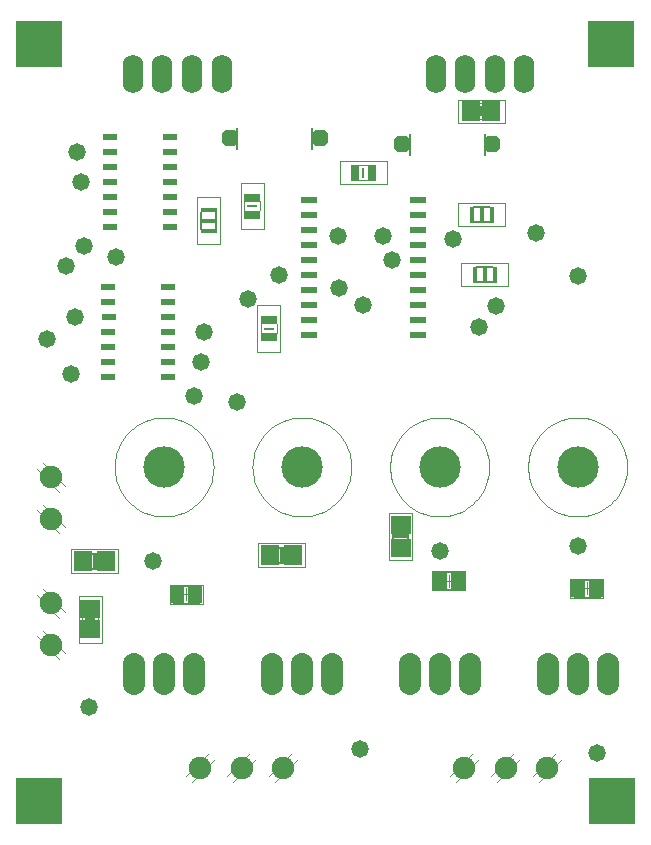
<source format=gbs>
%FSTAX24Y24*%
%MOIN*%
%SFA1B1*%

%IPPOS*%
%AMD63*
4,1,8,-0.014000,-0.028000,0.014000,-0.028000,0.028000,-0.014000,0.028000,0.014000,0.014000,0.028000,-0.014000,0.028000,-0.028000,0.014000,-0.028000,-0.014000,-0.014000,-0.028000,0.0*
%
%ADD18R,0.007900X0.031800*%
%ADD19R,0.047600X0.015900*%
%ADD20R,0.031800X0.007900*%
%ADD21R,0.015900X0.047600*%
%ADD22R,0.007900X0.031800*%
%ADD23C,0.000000*%
%ADD24C,0.003900*%
%ADD25C,0.004000*%
%ADD26C,0.006000*%
%ADD27C,0.024000*%
%ADD28R,0.029500X0.057500*%
%ADD29R,0.030000X0.057500*%
%ADD30R,0.056000X0.014000*%
%ADD31R,0.057500X0.029500*%
%ADD32R,0.057500X0.030000*%
%ADD33R,0.030000X0.075000*%
%ADD34R,0.014000X0.056000*%
%ADD35R,0.058000X0.020000*%
%ADD36R,0.010000X0.024000*%
%ADD37R,0.045000X0.020000*%
%ADD38C,0.002000*%
%ADD53R,0.071000X0.060000*%
%ADD54R,0.068000X0.060000*%
%ADD56R,0.060000X0.071000*%
%ADD57R,0.060000X0.068000*%
%ADD58R,0.158000X0.158000*%
%ADD59O,0.068000X0.128000*%
%ADD60C,0.075000*%
%ADD61O,0.074000X0.140000*%
%ADD62C,0.138000*%
G04~CAMADD=63~4~0.0~0.0~560.0~560.0~0.0~140.0~0~0.0~0.0~0.0~0.0~0~0.0~0.0~0.0~0.0~0~0.0~0.0~0.0~180.0~560.0~560.0*
%ADD63D63*%
%ADD64C,0.058000*%
%ADD65R,0.051300X0.063100*%
%LNmotor_driver-1*%
%LPD*%
G54D18*
X016235Y024099D03*
G54D19*
X007152Y020449D03*
X013548Y009929D03*
G54D20*
X008601Y02094D03*
X003201Y00716D03*
X009149Y01685D03*
G54D21*
X009579Y009302D03*
X003349Y009102D03*
X016351Y018652D03*
X016251Y020652D03*
G54D22*
X0123Y022049D03*
G54D23*
X0211Y012239D02*
D01*
X021095Y012354*
X021083Y012468*
X021063Y012582*
X021036Y012693*
X021Y012803*
X020957Y01291*
X020906Y013013*
X020849Y013113*
X020784Y013208*
X020713Y013299*
X020636Y013385*
X020554Y013465*
X020465Y013539*
X020372Y013606*
X020275Y013667*
X020173Y013722*
X020068Y013768*
X019959Y013808*
X019849Y013839*
X019736Y013863*
X019622Y013879*
X019507Y013887*
X019392*
X019277Y013879*
X019163Y013863*
X01905Y013839*
X01894Y013808*
X018831Y013768*
X018726Y013722*
X018625Y013667*
X018527Y013606*
X018434Y013539*
X018345Y013465*
X018263Y013385*
X018186Y013299*
X018115Y013208*
X01805Y013113*
X017993Y013013*
X017942Y01291*
X017899Y012803*
X017863Y012693*
X017836Y012582*
X017816Y012468*
X017804Y012354*
X0178Y012239*
X017804Y012123*
X017816Y012009*
X017836Y011895*
X017863Y011784*
X017899Y011674*
X017942Y011567*
X017993Y011464*
X01805Y011364*
X018115Y011269*
X018186Y011178*
X018263Y011092*
X018345Y011012*
X018434Y010938*
X018527Y010871*
X018625Y01081*
X018726Y010755*
X018831Y010709*
X01894Y010669*
X01905Y010638*
X019163Y010614*
X019277Y010598*
X019392Y01059*
X019507*
X019622Y010598*
X019736Y010614*
X019849Y010638*
X019959Y010669*
X020068Y010709*
X020173Y010755*
X020275Y01081*
X020372Y010871*
X020465Y010938*
X020554Y011012*
X020636Y011092*
X020713Y011178*
X020784Y011269*
X020849Y011364*
X020906Y011464*
X020957Y011567*
X021Y011674*
X021036Y011784*
X021063Y011895*
X021083Y012009*
X021095Y012123*
X0211Y012239*
X016504D02*
D01*
X016499Y012354*
X016487Y012468*
X016467Y012582*
X01644Y012693*
X016404Y012803*
X016361Y01291*
X01631Y013013*
X016253Y013113*
X016188Y013208*
X016117Y013299*
X01604Y013385*
X015958Y013465*
X015869Y013539*
X015776Y013606*
X015679Y013667*
X015577Y013722*
X015472Y013768*
X015363Y013808*
X015253Y013839*
X01514Y013863*
X015026Y013879*
X014911Y013887*
X014796*
X014681Y013879*
X014567Y013863*
X014454Y013839*
X014344Y013808*
X014235Y013768*
X01413Y013722*
X014028Y013667*
X013931Y013606*
X013838Y013539*
X013749Y013465*
X013667Y013385*
X01359Y013299*
X013519Y013208*
X013454Y013113*
X013397Y013013*
X013346Y01291*
X013303Y012803*
X013267Y012693*
X01324Y012582*
X01322Y012468*
X013208Y012354*
X013204Y012239*
X013208Y012123*
X01322Y012009*
X01324Y011895*
X013267Y011784*
X013303Y011674*
X013346Y011567*
X013397Y011464*
X013454Y011364*
X013519Y011269*
X01359Y011178*
X013667Y011092*
X013749Y011012*
X013838Y010938*
X013931Y010871*
X014029Y01081*
X01413Y010755*
X014235Y010709*
X014344Y010669*
X014454Y010638*
X014567Y010614*
X014681Y010598*
X014796Y01059*
X014911*
X015026Y010598*
X01514Y010614*
X015253Y010638*
X015363Y010669*
X015472Y010709*
X015577Y010755*
X015679Y01081*
X015776Y010871*
X015869Y010938*
X015958Y011012*
X01604Y011092*
X016117Y011178*
X016188Y011269*
X016253Y011364*
X01631Y011464*
X016361Y011567*
X016404Y011674*
X01644Y011784*
X016467Y011895*
X016487Y012009*
X016499Y012123*
X016504Y012239*
X011907D02*
D01*
X011902Y012354*
X01189Y012468*
X01187Y012582*
X011843Y012693*
X011807Y012803*
X011764Y01291*
X011713Y013013*
X011656Y013113*
X011591Y013208*
X01152Y013299*
X011443Y013385*
X011361Y013465*
X011272Y013539*
X011179Y013606*
X011082Y013667*
X01098Y013722*
X010875Y013768*
X010766Y013808*
X010656Y013839*
X010543Y013863*
X010429Y013879*
X010314Y013887*
X010199*
X010084Y013879*
X00997Y013863*
X009857Y013839*
X009747Y013808*
X009638Y013768*
X009533Y013722*
X009431Y013667*
X009334Y013606*
X009241Y013539*
X009152Y013465*
X00907Y013385*
X008993Y013299*
X008922Y013208*
X008857Y013113*
X0088Y013013*
X008749Y01291*
X008706Y012803*
X00867Y012693*
X008643Y012582*
X008623Y012468*
X008611Y012354*
X008607Y012239*
X008611Y012123*
X008623Y012009*
X008643Y011895*
X00867Y011784*
X008706Y011674*
X008749Y011567*
X0088Y011464*
X008857Y011364*
X008922Y011269*
X008993Y011178*
X00907Y011092*
X009152Y011012*
X009241Y010938*
X009334Y010871*
X009432Y01081*
X009533Y010755*
X009638Y010709*
X009747Y010669*
X009857Y010638*
X00997Y010614*
X010084Y010598*
X010199Y01059*
X010314*
X010429Y010598*
X010543Y010614*
X010656Y010638*
X010766Y010669*
X010875Y010709*
X01098Y010755*
X011082Y01081*
X011179Y010871*
X011272Y010938*
X011361Y011012*
X011443Y011092*
X01152Y011178*
X011591Y011269*
X011656Y011364*
X011713Y011464*
X011764Y011567*
X011807Y011674*
X011843Y011784*
X01187Y011895*
X01189Y012009*
X011902Y012123*
X011907Y012239*
X007311D02*
D01*
X007306Y012354*
X007294Y012468*
X007274Y012582*
X007247Y012693*
X007211Y012803*
X007168Y01291*
X007117Y013013*
X00706Y013113*
X006995Y013208*
X006924Y013299*
X006847Y013385*
X006765Y013465*
X006676Y013539*
X006583Y013606*
X006486Y013667*
X006384Y013722*
X006279Y013768*
X00617Y013808*
X00606Y013839*
X005947Y013863*
X005833Y013879*
X005718Y013887*
X005603*
X005488Y013879*
X005374Y013863*
X005261Y013839*
X005151Y013808*
X005042Y013768*
X004937Y013722*
X004835Y013667*
X004738Y013606*
X004645Y013539*
X004556Y013465*
X004474Y013385*
X004397Y013299*
X004326Y013208*
X004261Y013113*
X004204Y013013*
X004153Y01291*
X00411Y012803*
X004074Y012693*
X004047Y012582*
X004027Y012468*
X004015Y012354*
X004011Y012239*
X004015Y012123*
X004027Y012009*
X004047Y011895*
X004074Y011784*
X00411Y011674*
X004153Y011567*
X004204Y011464*
X004261Y011364*
X004326Y011269*
X004397Y011178*
X004474Y011092*
X004556Y011012*
X004645Y010938*
X004738Y010871*
X004836Y01081*
X004937Y010755*
X005042Y010709*
X005151Y010669*
X005261Y010638*
X005374Y010614*
X005488Y010598*
X005603Y01059*
X005718*
X005833Y010598*
X005947Y010614*
X00606Y010638*
X00617Y010669*
X006279Y010709*
X006384Y010755*
X006486Y01081*
X006583Y010871*
X006676Y010938*
X006765Y011012*
X006847Y011092*
X006924Y011178*
X006995Y011269*
X00706Y011364*
X007117Y011464*
X007168Y011567*
X007211Y011674*
X007247Y011784*
X007274Y011895*
X007294Y012009*
X007306Y012123*
X007311Y012239*
X0211D02*
D01*
X021095Y012354*
X021083Y012468*
X021063Y012582*
X021036Y012693*
X021Y012803*
X020957Y01291*
X020906Y013013*
X020849Y013113*
X020784Y013208*
X020713Y013299*
X020636Y013385*
X020554Y013465*
X020465Y013539*
X020372Y013606*
X020275Y013667*
X020173Y013722*
X020068Y013768*
X019959Y013808*
X019849Y013839*
X019736Y013863*
X019622Y013879*
X019507Y013887*
X019392*
X019277Y013879*
X019163Y013863*
X01905Y013839*
X01894Y013808*
X018831Y013768*
X018726Y013722*
X018625Y013667*
X018527Y013606*
X018434Y013539*
X018345Y013465*
X018263Y013385*
X018186Y013299*
X018115Y013208*
X01805Y013113*
X017993Y013013*
X017942Y01291*
X017899Y012803*
X017863Y012693*
X017836Y012582*
X017816Y012468*
X017804Y012354*
X0178Y012239*
X017804Y012123*
X017816Y012009*
X017836Y011895*
X017863Y011784*
X017899Y011674*
X017942Y011567*
X017993Y011464*
X01805Y011364*
X018115Y011269*
X018186Y011178*
X018263Y011092*
X018345Y011012*
X018434Y010938*
X018527Y010871*
X018625Y01081*
X018726Y010755*
X018831Y010709*
X01894Y010669*
X01905Y010638*
X019163Y010614*
X019277Y010598*
X019392Y01059*
X019507*
X019622Y010598*
X019736Y010614*
X019849Y010638*
X019959Y010669*
X020068Y010709*
X020173Y010755*
X020275Y01081*
X020372Y010871*
X020465Y010938*
X020554Y011012*
X020636Y011092*
X020713Y011178*
X020784Y011269*
X020849Y011364*
X020906Y011464*
X020957Y011567*
X021Y011674*
X021036Y011784*
X021063Y011895*
X021083Y012009*
X021095Y012123*
X0211Y012239*
X016504D02*
D01*
X016499Y012354*
X016487Y012468*
X016467Y012582*
X01644Y012693*
X016404Y012803*
X016361Y01291*
X01631Y013013*
X016253Y013113*
X016188Y013208*
X016117Y013299*
X01604Y013385*
X015958Y013465*
X015869Y013539*
X015776Y013606*
X015679Y013667*
X015577Y013722*
X015472Y013768*
X015363Y013808*
X015253Y013839*
X01514Y013863*
X015026Y013879*
X014911Y013887*
X014796*
X014681Y013879*
X014567Y013863*
X014454Y013839*
X014344Y013808*
X014235Y013768*
X01413Y013722*
X014028Y013667*
X013931Y013606*
X013838Y013539*
X013749Y013465*
X013667Y013385*
X01359Y013299*
X013519Y013208*
X013454Y013113*
X013397Y013013*
X013346Y01291*
X013303Y012803*
X013267Y012693*
X01324Y012582*
X01322Y012468*
X013208Y012354*
X013204Y012239*
X013208Y012123*
X01322Y012009*
X01324Y011895*
X013267Y011784*
X013303Y011674*
X013346Y011567*
X013397Y011464*
X013454Y011364*
X013519Y011269*
X01359Y011178*
X013667Y011092*
X013749Y011012*
X013838Y010938*
X013931Y010871*
X014029Y01081*
X01413Y010755*
X014235Y010709*
X014344Y010669*
X014454Y010638*
X014567Y010614*
X014681Y010598*
X014796Y01059*
X014911*
X015026Y010598*
X01514Y010614*
X015253Y010638*
X015363Y010669*
X015472Y010709*
X015577Y010755*
X015679Y01081*
X015776Y010871*
X015869Y010938*
X015958Y011012*
X01604Y011092*
X016117Y011178*
X016188Y011269*
X016253Y011364*
X01631Y011464*
X016361Y011567*
X016404Y011674*
X01644Y011784*
X016467Y011895*
X016487Y012009*
X016499Y012123*
X016504Y012239*
X011907D02*
D01*
X011902Y012354*
X01189Y012468*
X01187Y012582*
X011843Y012693*
X011807Y012803*
X011764Y01291*
X011713Y013013*
X011656Y013113*
X011591Y013208*
X01152Y013299*
X011443Y013385*
X011361Y013465*
X011272Y013539*
X011179Y013606*
X011082Y013667*
X01098Y013722*
X010875Y013768*
X010766Y013808*
X010656Y013839*
X010543Y013863*
X010429Y013879*
X010314Y013887*
X010199*
X010084Y013879*
X00997Y013863*
X009857Y013839*
X009747Y013808*
X009638Y013768*
X009533Y013722*
X009431Y013667*
X009334Y013606*
X009241Y013539*
X009152Y013465*
X00907Y013385*
X008993Y013299*
X008922Y013208*
X008857Y013113*
X0088Y013013*
X008749Y01291*
X008706Y012803*
X00867Y012693*
X008643Y012582*
X008623Y012468*
X008611Y012354*
X008607Y012239*
X008611Y012123*
X008623Y012009*
X008643Y011895*
X00867Y011784*
X008706Y011674*
X008749Y011567*
X0088Y011464*
X008857Y011364*
X008922Y011269*
X008993Y011178*
X00907Y011092*
X009152Y011012*
X009241Y010938*
X009334Y010871*
X009432Y01081*
X009533Y010755*
X009638Y010709*
X009747Y010669*
X009857Y010638*
X00997Y010614*
X010084Y010598*
X010199Y01059*
X010314*
X010429Y010598*
X010543Y010614*
X010656Y010638*
X010766Y010669*
X010875Y010709*
X01098Y010755*
X011082Y01081*
X011179Y010871*
X011272Y010938*
X011361Y011012*
X011443Y011092*
X01152Y011178*
X011591Y011269*
X011656Y011364*
X011713Y011464*
X011764Y011567*
X011807Y011674*
X011843Y011784*
X01187Y011895*
X01189Y012009*
X011902Y012123*
X011907Y012239*
X007311D02*
D01*
X007306Y012354*
X007294Y012468*
X007274Y012582*
X007247Y012693*
X007211Y012803*
X007168Y01291*
X007117Y013013*
X00706Y013113*
X006995Y013208*
X006924Y013299*
X006847Y013385*
X006765Y013465*
X006676Y013539*
X006583Y013606*
X006486Y013667*
X006384Y013722*
X006279Y013768*
X00617Y013808*
X00606Y013839*
X005947Y013863*
X005833Y013879*
X005718Y013887*
X005603*
X005488Y013879*
X005374Y013863*
X005261Y013839*
X005151Y013808*
X005042Y013768*
X004937Y013722*
X004835Y013667*
X004738Y013606*
X004645Y013539*
X004556Y013465*
X004474Y013385*
X004397Y013299*
X004326Y013208*
X004261Y013113*
X004204Y013013*
X004153Y01291*
X00411Y012803*
X004074Y012693*
X004047Y012582*
X004027Y012468*
X004015Y012354*
X004011Y012239*
X004015Y012123*
X004027Y012009*
X004047Y011895*
X004074Y011784*
X00411Y011674*
X004153Y011567*
X004204Y011464*
X004261Y011364*
X004326Y011269*
X004397Y011178*
X004474Y011092*
X004556Y011012*
X004645Y010938*
X004738Y010871*
X004836Y01081*
X004937Y010755*
X005042Y010709*
X005151Y010669*
X005261Y010638*
X005374Y010614*
X005488Y010598*
X005603Y01059*
X005718*
X005833Y010598*
X005947Y010614*
X00606Y010638*
X00617Y010669*
X006279Y010709*
X006384Y010755*
X006486Y01081*
X006583Y010871*
X006676Y010938*
X006765Y011012*
X006847Y011092*
X006924Y011178*
X006995Y011269*
X00706Y011364*
X007117Y011464*
X007168Y011567*
X007211Y011674*
X007247Y011784*
X007274Y011895*
X007294Y012009*
X007306Y012123*
X007311Y012239*
G54D24*
X006828Y007715D02*
Y008285D01*
X005962Y007715D02*
Y008285D01*
X006828*
X005962Y007715D02*
X006828D01*
X014717Y008165D02*
Y008735D01*
X015583Y008165D02*
Y008735D01*
X014717Y008165D02*
X015583D01*
X014717Y008735D02*
X015583D01*
X019317Y007915D02*
Y008485D01*
X020183Y007915D02*
Y008485D01*
X019317Y007915D02*
X020183D01*
X019317Y008485D02*
X020183D01*
X006946Y007685D02*
Y008315D01*
X005844Y007685D02*
Y008315D01*
X006946*
X005844Y007685D02*
X006946D01*
X006198Y008D02*
X006592D01*
X006395Y007803D02*
Y008197D01*
X014599Y008135D02*
Y008765D01*
X015701Y008135D02*
Y008765D01*
X014599Y008135D02*
X015701D01*
X014599Y008765D02*
X015701D01*
X014953Y00845D02*
X015347D01*
X01515Y008253D02*
Y008647D01*
X019199Y007885D02*
Y008515D01*
X020301Y007885D02*
Y008515D01*
X019199Y007885D02*
X020301D01*
X019199Y008515D02*
X020301D01*
X019553Y0082D02*
X019947D01*
X01975Y008003D02*
Y008397D01*
G54D25*
X016085Y02384D02*
X016385D01*
X016094Y02436D02*
X016385D01*
X00886Y02079D02*
Y02109D01*
X00834Y02079D02*
Y02108D01*
X00141Y006591D02*
X002169Y005836D01*
X00161Y006783D02*
X002364Y006031D01*
X00141Y00797D02*
X002169Y00722D01*
X00161Y00817D02*
X002364Y00741D01*
X00141Y010791D02*
X002169Y010036D01*
X00161Y010983D02*
X002364Y010231D01*
X00141Y01217D02*
X002169Y01142D01*
X00161Y01237D02*
X002364Y01161D01*
X015197Y001931D02*
X015952Y00269D01*
X015392Y001736D02*
X016144Y00249D01*
X016575Y001931D02*
X01733Y00269D01*
X01677Y001736D02*
X01753Y00249D01*
X01796Y001931D02*
X01871Y00269D01*
X01815Y001736D02*
X01891Y00249D01*
X006397Y001931D02*
X007152Y00269D01*
X006592Y001736D02*
X007344Y00249D01*
X007775Y001931D02*
X00853Y00269D01*
X00797Y001736D02*
X00873Y00249D01*
X00916Y001931D02*
X00991Y00269D01*
X00935Y001736D02*
X01011Y00249D01*
X00346Y00701D02*
Y00731D01*
X00294Y00702D02*
Y00731D01*
X00889Y0167D02*
Y017D01*
X00941Y01671D02*
Y017D01*
X01215Y02179D02*
X01245D01*
X01215Y02231D02*
X01244D01*
G54D26*
X006441Y0255D02*
X006741D01*
X006441Y0252D02*
Y0255D01*
Y0252D02*
X006741D01*
Y0255*
X006441D02*
X006741Y0252D01*
X006441D02*
X006741Y0255D01*
X007431Y0252D02*
Y0255D01*
Y0252D02*
X007732D01*
Y0255*
X007431D02*
X007732D01*
X007431Y0252D02*
X007732Y0255D01*
X007431D02*
X007732Y0252D01*
X004778D02*
Y0255D01*
X004478Y0252D02*
X004778D01*
X004478D02*
Y0255D01*
X004778Y0252*
X004478D02*
X004778Y0255D01*
X004478D02*
X004778D01*
X005758Y0252D02*
Y0255D01*
X005458Y0252D02*
X005758D01*
X005458D02*
Y0255D01*
X005758Y0252*
X005458D02*
X005758Y0255D01*
X005458D02*
X005758D01*
X0074Y02017D02*
Y02073D01*
X0069Y02017D02*
Y02073D01*
X016533Y0255D02*
X016833D01*
X016533Y0252D02*
Y0255D01*
Y0252D02*
X016833D01*
Y0255*
X016533D02*
X016833Y0252D01*
X016533D02*
X016833Y0255D01*
X017524Y0252D02*
Y0255D01*
Y0252D02*
X017824D01*
Y0255*
X017524D02*
X017824D01*
X017524Y0252D02*
X017824Y0255D01*
X017524D02*
X017824Y0252D01*
X01487D02*
Y0255D01*
X01457Y0252D02*
X01487D01*
X01457D02*
Y0255D01*
X01487Y0252*
X01457D02*
X01487Y0255D01*
X01457D02*
X01487D01*
X01585Y0252D02*
Y0255D01*
X01555Y0252D02*
X01585D01*
X01555D02*
Y0255D01*
X01585Y0252*
X01555D02*
X01585Y0255D01*
X01555D02*
X01585D01*
X0093Y00955D02*
X00986D01*
X0093Y00905D02*
X00986D01*
X00307Y00935D02*
X00363D01*
X00307Y00885D02*
X00363D01*
X0133Y00965D02*
Y01021D01*
X0138Y00965D02*
Y01021D01*
X01607Y0189D02*
X01663D01*
X01607Y0184D02*
X01663D01*
X01597Y0209D02*
X01653D01*
X01597Y0204D02*
X01653D01*
X01635Y02265D02*
Y02335D01*
X01385Y02265D02*
Y02335D01*
X0106Y02285D02*
Y02355D01*
X0081Y02285D02*
Y02355D01*
G54D27*
X01645Y023D02*
X0166D01*
X0136D02*
X01375D01*
X0107Y0232D02*
X01085D01*
X00785D02*
X008D01*
G54D28*
X015952Y024097D03*
X012582Y022048D03*
G54D29*
X016525Y024097D03*
X01201Y022048D03*
G54D30*
X00715Y02079D03*
Y02011D03*
X01355Y01027D03*
Y00959D03*
G54D31*
X008602Y021222D03*
X003203Y006878D03*
X009147Y016568D03*
G54D32*
X008602Y02065D03*
X003203Y00745D03*
X009147Y01714D03*
G54D33*
X01845Y005614D03*
X01945D03*
X02045D03*
X013854D03*
X014854D03*
X015854D03*
X009257D03*
X010257D03*
X011257D03*
X004661D03*
X005661D03*
X006661D03*
G54D34*
X00992Y0093D03*
X00924D03*
X00369Y0091D03*
X00301D03*
X01601Y01865D03*
X01669D03*
X01591Y02065D03*
X01659D03*
G54D35*
X01049Y02115D03*
Y02065D03*
Y02015D03*
Y01965D03*
Y01915D03*
Y01865D03*
Y01815D03*
Y01765D03*
X01411Y02115D03*
Y02065D03*
Y02015D03*
Y01965D03*
Y01915D03*
Y01865D03*
Y01815D03*
Y01765D03*
Y01715D03*
Y01665D03*
X01049Y01715D03*
Y01665D03*
G54D36*
X0164Y023D03*
X0138D03*
X01065Y0232D03*
X00805D03*
G54D37*
X005845Y02175D03*
X003855Y02325D03*
Y02275D03*
X003865Y02225D03*
X003855Y02175D03*
X005845Y02225D03*
Y02275D03*
Y02325D03*
Y02125D03*
Y02075D03*
Y02025D03*
X003855Y02125D03*
Y02075D03*
Y02025D03*
X005795Y01675D03*
X003805Y01825D03*
Y01775D03*
X003815Y01725D03*
X003805Y01675D03*
X005795Y01725D03*
Y01775D03*
Y01825D03*
Y01625D03*
Y01575D03*
Y01525D03*
X003805Y01625D03*
Y01575D03*
Y01525D03*
G54D38*
X015458Y02371D02*
X017015D01*
X015458Y024487D02*
X017015D01*
X015458Y02371D02*
Y024487D01*
X017015Y02371D02*
Y024487D01*
X00754Y01967D02*
Y021227D01*
X006763Y01967D02*
Y021227D01*
X00754*
X006763Y01967D02*
X00754D01*
X00899Y02016D02*
Y021717D01*
X008213Y02016D02*
Y021717D01*
X00899*
X008213Y02016D02*
X00899D01*
X0088Y00969D02*
X010357D01*
X0088Y008913D02*
X010357D01*
Y00969*
X0088Y008913D02*
Y00969D01*
X00359Y006383D02*
Y00794D01*
X002813Y006383D02*
Y00794D01*
Y006383D02*
X00359D01*
X002813Y00794D02*
X00359D01*
X00257Y00949D02*
X004127D01*
X00257Y008713D02*
X004127D01*
Y00949*
X00257Y008713D02*
Y00949D01*
X01316Y00915D02*
Y010707D01*
X013937Y00915D02*
Y010707D01*
X01316D02*
X013937D01*
X01316Y00915D02*
X013937D01*
X00876Y016073D02*
Y01763D01*
X009537Y016073D02*
Y01763D01*
X00876Y016073D02*
X009537D01*
X00876Y01763D02*
X009537D01*
X015573Y01904D02*
X01713D01*
X015573Y018263D02*
X01713D01*
X015573D02*
Y01904D01*
X01713Y018263D02*
Y01904D01*
X015473Y02104D02*
X01703D01*
X015473Y020263D02*
X01703D01*
X015473D02*
Y02104D01*
X01703Y020263D02*
Y02104D01*
X01152Y02166D02*
X013077D01*
X01152Y022437D02*
X013077D01*
Y02166D02*
Y022437D01*
X01152Y02166D02*
Y022437D01*
G54D53*
X01355Y010304D03*
Y00955D03*
G54D54*
X0032Y006825D03*
Y0075D03*
G54D56*
X009954Y0093D03*
X0092D03*
X003724Y0091D03*
X00297D03*
G54D57*
X0159Y0241D03*
X016575D03*
G54D58*
X0015Y0011D03*
Y02635D03*
X0206Y0011D03*
X02055Y02635D03*
G54D59*
X0066Y02535D03*
X007584D03*
X005608D03*
X004628D03*
X016692D03*
X017676D03*
X0157D03*
X01472D03*
G54D60*
X001889Y006311D03*
Y00769D03*
Y010511D03*
Y01189D03*
X015672Y002211D03*
X01705D03*
X01843D03*
X006872D03*
X00825D03*
X00963D03*
G54D61*
X01845Y005339D03*
X01945D03*
X02045D03*
X013854D03*
X014854D03*
X015854D03*
X009257D03*
X010257D03*
X011257D03*
X004661D03*
X005661D03*
X006661D03*
G54D62*
X01945Y012239D03*
X014854D03*
X010257D03*
X005661D03*
G54D63*
X0166Y023D03*
X0136D03*
X01085Y0232D03*
X00785D03*
G54D64*
X00315Y00425D03*
X0122Y00285D03*
X0201Y0027D03*
X01615Y0169D03*
X00405Y01925D03*
X0095Y01865D03*
X0027Y01725D03*
X007Y01675D03*
X01325Y01915D03*
X0115Y0182D03*
X01145Y01995D03*
X01295D03*
X00845Y01785D03*
X01805Y02005D03*
X01945Y0186D03*
Y0096D03*
X01673Y01762D03*
X0153Y01985D03*
X01485Y00945D03*
X0081Y0144D03*
X0053Y0091D03*
X00175Y0165D03*
X00275Y02275D03*
X0024Y01895D03*
X00665Y0146D03*
X0069Y01575D03*
X0123Y01765D03*
X00255Y01535D03*
X003Y0196D03*
X0029Y02175D03*
G54D65*
X006691Y008D03*
X0061D03*
X014855Y00845D03*
X015445D03*
X019455Y0082D03*
X020045D03*
M02*
</source>
